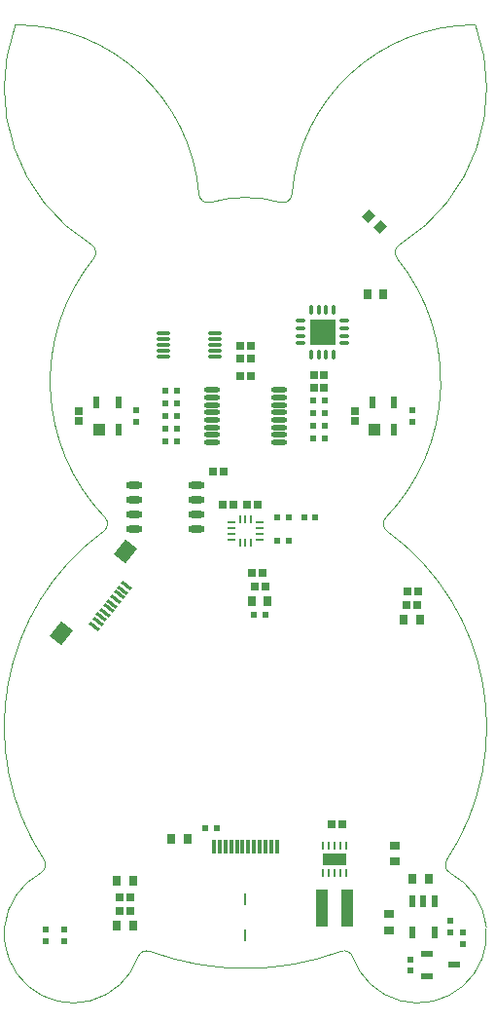
<source format=gbp>
G04*
G04 #@! TF.GenerationSoftware,Altium Limited,Altium Designer,24.2.2 (26)*
G04*
G04 Layer_Color=128*
%FSLAX25Y25*%
%MOIN*%
G70*
G04*
G04 #@! TF.SameCoordinates,A7374CB3-C572-496A-BD66-24450F52A8E5*
G04*
G04*
G04 #@! TF.FilePolarity,Positive*
G04*
G01*
G75*
%ADD10C,0.00394*%
%ADD13R,0.02362X0.02362*%
%ADD14R,0.02362X0.03937*%
%ADD16R,0.02362X0.02362*%
%ADD19R,0.02520X0.02520*%
%ADD21R,0.03937X0.02362*%
%ADD25R,0.03543X0.03150*%
%ADD34R,0.03150X0.03543*%
%ADD95R,0.00787X0.03937*%
%ADD96R,0.01181X0.04724*%
%ADD98R,0.02520X0.02520*%
%ADD99O,0.05709X0.02362*%
%ADD102R,0.02657X0.00984*%
%ADD103R,0.00984X0.02657*%
%ADD104R,0.07874X0.04291*%
%ADD105R,0.00984X0.02953*%
%ADD106R,0.03937X0.12598*%
%ADD107R,0.01968X0.03937*%
%ADD109O,0.03347X0.01181*%
%ADD110O,0.01181X0.03347*%
%ADD112O,0.05315X0.01181*%
%ADD113R,0.03937X0.03937*%
%ADD114O,0.05512X0.01772*%
G04:AMPARAMS|DCode=136|XSize=35.43mil|YSize=31.5mil|CornerRadius=0mil|HoleSize=0mil|Usage=FLASHONLY|Rotation=225.000|XOffset=0mil|YOffset=0mil|HoleType=Round|Shape=Rectangle|*
%AMROTATEDRECTD136*
4,1,4,0.00139,0.02366,0.02366,0.00139,-0.00139,-0.02366,-0.02366,-0.00139,0.00139,0.02366,0.0*
%
%ADD136ROTATEDRECTD136*%

G04:AMPARAMS|DCode=137|XSize=11.81mil|YSize=39.37mil|CornerRadius=0mil|HoleSize=0mil|Usage=FLASHONLY|Rotation=231.500|XOffset=0mil|YOffset=0mil|HoleType=Round|Shape=Rectangle|*
%AMROTATEDRECTD137*
4,1,4,-0.01173,0.01688,0.01908,-0.00763,0.01173,-0.01688,-0.01908,0.00763,-0.01173,0.01688,0.0*
%
%ADD137ROTATEDRECTD137*%

G04:AMPARAMS|DCode=138|XSize=64.96mil|YSize=51.18mil|CornerRadius=0mil|HoleSize=0mil|Usage=FLASHONLY|Rotation=231.500|XOffset=0mil|YOffset=0mil|HoleType=Round|Shape=Rectangle|*
%AMROTATEDRECTD138*
4,1,4,0.00019,0.04135,0.04025,0.00949,-0.00019,-0.04135,-0.04025,-0.00949,0.00019,0.04135,0.0*
%
%ADD138ROTATEDRECTD138*%

%ADD139R,0.08661X0.08661*%
D10*
X454851Y426931D02*
G03*
X455998Y422418I2630J-1734D01*
G01*
X433989Y544077D02*
G03*
X434405Y539341I2266J-2187D01*
G01*
X433989Y544077D02*
G03*
X437825Y632690I-48163J46474D01*
G01*
X454851Y426931D02*
G03*
X434405Y539341I-69024J45510D01*
G01*
X422609Y393705D02*
G03*
X455998Y422418I22273J7870D01*
G01*
X337248Y539341D02*
G03*
X337664Y544077I-1851J2549D01*
G01*
X333829Y632690D02*
G03*
X337664Y544077I51998J-42139D01*
G01*
X315654Y422411D02*
G03*
X316808Y426934I-1481J2786D01*
G01*
X315654Y422418D02*
G03*
X349043Y393705I11116J-20843D01*
G01*
X337248Y539341D02*
G03*
X316803Y426931I48579J-66900D01*
G01*
X353105Y395611D02*
G03*
X385827Y389764I32722J88641D01*
G01*
X353105Y395611D02*
G03*
X349044Y393705I-1091J-2955D01*
G01*
X385827Y653543D02*
G03*
X373885Y651864I0J-43307D01*
G01*
X369878Y654640D02*
G03*
X306987Y712599I-62791J-5033D01*
G01*
X369878Y654640D02*
G03*
X373885Y651864I3140J252D01*
G01*
X306987Y712596D02*
G03*
X333037Y637353I59154J-21651D01*
G01*
X333829Y632690D02*
G03*
X333037Y637353I-2447J1983D01*
G01*
X438617D02*
G03*
X437825Y632690I1655J-2680D01*
G01*
X438617Y637353D02*
G03*
X464666Y712596I-33105J53592D01*
G01*
X397768Y651864D02*
G03*
X401776Y654640I868J3028D01*
G01*
X464666Y712599D02*
G03*
X401776Y654640I-99J-62992D01*
G01*
X397768Y651864D02*
G03*
X385827Y653543I-11941J-41628D01*
G01*
X422609Y393705D02*
G03*
X418549Y395611I-2970J-1049D01*
G01*
X385827Y389764D02*
G03*
X418549Y395611I0J94488D01*
G01*
D13*
X375984Y437795D02*
D03*
X372047D02*
D03*
X409055Y579921D02*
D03*
X412992D02*
D03*
X362205Y587402D02*
D03*
X358268D02*
D03*
X409843Y544095D02*
D03*
X405906D02*
D03*
X400787D02*
D03*
X396850D02*
D03*
X400787Y536221D02*
D03*
X396850D02*
D03*
X392713Y510630D02*
D03*
X388776D02*
D03*
X358268Y583071D02*
D03*
X362205D02*
D03*
X358268Y578740D02*
D03*
X362205D02*
D03*
X409055Y571260D02*
D03*
X412992D02*
D03*
X358268Y574409D02*
D03*
X362205D02*
D03*
X412992Y584252D02*
D03*
X409055D02*
D03*
X412992Y575591D02*
D03*
X409055D02*
D03*
X362205Y570079D02*
D03*
X358268D02*
D03*
D14*
X342323Y574016D02*
D03*
Y583465D02*
D03*
X334842D02*
D03*
X436811Y574016D02*
D03*
Y583465D02*
D03*
X429331D02*
D03*
D16*
X460236Y402165D02*
D03*
Y398228D02*
D03*
X442520Y392913D02*
D03*
Y388976D02*
D03*
X455906Y406102D02*
D03*
Y402165D02*
D03*
X348425Y580709D02*
D03*
Y576772D02*
D03*
X442913Y580709D02*
D03*
Y576772D02*
D03*
X323623Y399189D02*
D03*
Y403126D02*
D03*
X317323Y399213D02*
D03*
Y403150D02*
D03*
D19*
X328740Y580551D02*
D03*
Y576929D02*
D03*
X423229Y580551D02*
D03*
Y576929D02*
D03*
D21*
X448032Y394685D02*
D03*
Y387205D02*
D03*
X457480Y390945D02*
D03*
D25*
X437008Y426378D02*
D03*
Y431890D02*
D03*
X435040Y402756D02*
D03*
Y408268D02*
D03*
D34*
X433071Y620472D02*
D03*
X427559D02*
D03*
X445669Y509055D02*
D03*
X440158D02*
D03*
X365945Y434055D02*
D03*
X360433D02*
D03*
X443110Y420276D02*
D03*
X448622D02*
D03*
X347244Y419685D02*
D03*
X341732D02*
D03*
X347244Y404331D02*
D03*
X341732D02*
D03*
X387988Y515354D02*
D03*
X393500D02*
D03*
D95*
X385827Y401181D02*
D03*
Y413386D02*
D03*
D96*
X396654Y431417D02*
D03*
X394685D02*
D03*
X392717D02*
D03*
X390748D02*
D03*
X388780D02*
D03*
X386811D02*
D03*
X384843D02*
D03*
X382874D02*
D03*
X380906D02*
D03*
X378937D02*
D03*
X376969D02*
D03*
X375000D02*
D03*
D98*
X444882Y518898D02*
D03*
X441260D02*
D03*
X409213Y588583D02*
D03*
X412835D02*
D03*
X409213Y592913D02*
D03*
X412835D02*
D03*
X387638Y602756D02*
D03*
X384016D02*
D03*
X387638Y598425D02*
D03*
X384016D02*
D03*
X374567Y559842D02*
D03*
X378189D02*
D03*
X444725Y514173D02*
D03*
X441103D02*
D03*
X381732Y548425D02*
D03*
X378110D02*
D03*
X390000D02*
D03*
X386378D02*
D03*
X419134Y438976D02*
D03*
X415512D02*
D03*
X346299Y409449D02*
D03*
X342677D02*
D03*
X346299Y414173D02*
D03*
X342677D02*
D03*
X388933Y520472D02*
D03*
X392555D02*
D03*
X388150Y525150D02*
D03*
X391772D02*
D03*
X384016Y592520D02*
D03*
X387638D02*
D03*
D99*
X368996Y540138D02*
D03*
Y545138D02*
D03*
X368996Y550138D02*
D03*
X368996Y555138D02*
D03*
X347539Y540138D02*
D03*
Y545138D02*
D03*
Y550138D02*
D03*
X347539Y555138D02*
D03*
D102*
X390797Y538386D02*
D03*
Y536417D02*
D03*
Y540354D02*
D03*
Y542323D02*
D03*
X380856D02*
D03*
Y540354D02*
D03*
Y538386D02*
D03*
Y536417D02*
D03*
D103*
X387795Y543356D02*
D03*
X385827D02*
D03*
X383858D02*
D03*
Y535384D02*
D03*
X385827D02*
D03*
X387795D02*
D03*
D104*
X416339Y427165D02*
D03*
D105*
X420276Y431890D02*
D03*
X418307D02*
D03*
X416339D02*
D03*
X414370D02*
D03*
X412402D02*
D03*
X420276Y422441D02*
D03*
X418307Y422441D02*
D03*
X416339D02*
D03*
X414370Y422441D02*
D03*
X412402D02*
D03*
D106*
X420669Y410433D02*
D03*
X412008D02*
D03*
D107*
X450591Y402165D02*
D03*
X443110D02*
D03*
Y412795D02*
D03*
X446850Y412795D02*
D03*
X450591Y412795D02*
D03*
D109*
X404626Y611319D02*
D03*
Y608760D02*
D03*
Y606201D02*
D03*
Y603642D02*
D03*
X419784D02*
D03*
Y606201D02*
D03*
Y608760D02*
D03*
Y611319D02*
D03*
D110*
X408366Y599902D02*
D03*
X410925D02*
D03*
X413484D02*
D03*
X416043D02*
D03*
Y615059D02*
D03*
X413484D02*
D03*
X410925D02*
D03*
X408366D02*
D03*
D112*
X357776Y607087D02*
D03*
Y605118D02*
D03*
Y603150D02*
D03*
Y601181D02*
D03*
Y599213D02*
D03*
X375295Y607087D02*
D03*
Y605118D02*
D03*
Y603150D02*
D03*
Y601181D02*
D03*
Y599213D02*
D03*
D113*
X335630Y574016D02*
D03*
X430118D02*
D03*
D114*
X397441Y569783D02*
D03*
Y572342D02*
D03*
Y574902D02*
D03*
Y577461D02*
D03*
Y580020D02*
D03*
Y582579D02*
D03*
Y585138D02*
D03*
Y587697D02*
D03*
X374213Y569783D02*
D03*
Y572342D02*
D03*
Y574902D02*
D03*
Y577461D02*
D03*
Y580020D02*
D03*
Y582579D02*
D03*
Y585138D02*
D03*
Y587697D02*
D03*
D136*
X431870Y643327D02*
D03*
X427973Y647224D02*
D03*
D137*
X334027Y506881D02*
D03*
X335252Y508421D02*
D03*
X336478Y509962D02*
D03*
X337703Y511503D02*
D03*
X338929Y513043D02*
D03*
X345056Y520746D02*
D03*
X343830Y519205D02*
D03*
X342605Y517665D02*
D03*
X341379Y516124D02*
D03*
X340154Y514584D02*
D03*
D138*
X344777Y532412D02*
D03*
X322597Y504528D02*
D03*
D139*
X412205Y607480D02*
D03*
M02*

</source>
